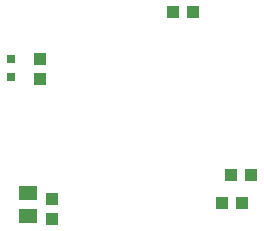
<source format=gbr>
G04 EAGLE Gerber RS-274X export*
G75*
%MOMM*%
%FSLAX34Y34*%
%LPD*%
%INSolderpaste Top*%
%IPPOS*%
%AMOC8*
5,1,8,0,0,1.08239X$1,22.5*%
G01*
%ADD10R,1.100000X1.000000*%
%ADD11R,0.800000X0.800000*%
%ADD12R,1.000000X1.100000*%
%ADD13R,1.500000X1.300000*%


D10*
X457249Y332450D03*
X440249Y332450D03*
D11*
X253911Y430379D03*
X253911Y415379D03*
D12*
X432694Y308625D03*
X449694Y308625D03*
D10*
X278322Y413887D03*
X278322Y430887D03*
D12*
X408162Y470210D03*
X391162Y470210D03*
D13*
X267970Y297840D03*
X267970Y316840D03*
D12*
X288290Y295030D03*
X288290Y312030D03*
M02*

</source>
